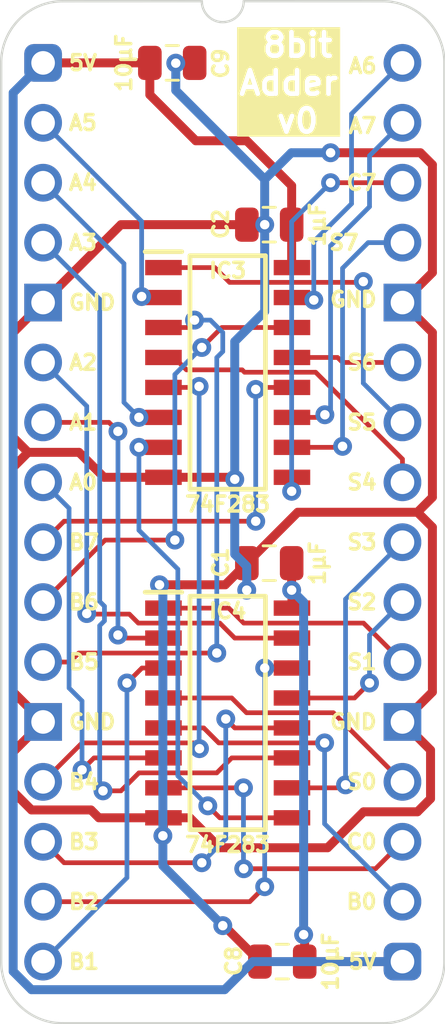
<source format=kicad_pcb>
(kicad_pcb (version 20241229) (generator "pcbnew") (generator_version "9.0")
  (title_block (title "8bit Adder") (date "2025-08-22") (rev "V0"))
  (layers (0 "F.Cu" signal) (2 "B.Cu" signal) (13 "F.Paste" user) (15 "B.Paste" user) (5 "F.SilkS" user "F.Silkscreen") (7 "B.SilkS" user "B.Silkscreen") (1 "F.Mask" user) (3 "B.Mask" user) (25 "Edge.Cuts" user))
  (net 0 "")
  (net 1 "GND")
  (net 2 "5V")
  (net 3 "Net-(IC3-C0)")
  (net 4 "A_{5}")
  (net 5 "B_{7}")
  (net 6 "S_{4}")
  (net 7 "S_{5}")
  (net 8 "B_{5}")
  (net 9 "S_{6}")
  (net 10 "A_{6}")
  (net 11 "B_{4}")
  (net 12 "S_{7}")
  (net 13 "A_{7}")
  (net 14 "A_{4}")
  (net 15 "B_{6}")
  (net 16 "B_{0}")
  (net 17 "S_{3}")
  (net 18 "A_{2}")
  (net 19 "S_{1}")
  (net 20 "A_{3}")
  (net 21 "A_{0}")
  (net 22 "S_{0}")
  (net 23 "B_{3}")
  (net 24 "A_{1}")
  (net 25 "S_{2}")
  (net 26 "B_{1}")
  (net 27 "B_{2}")
  (net 28 "C_{7}")
  (net 29 "C_{0}")
  (footprint "SamacSys_Parts:C_0805" (layer "F.Cu") (at 10.16 38.1 90)
    (property "Reference" "C8" (at 0.026999 -2.075 90) (layer "F.SilkS") (effects (font (size 0.635 0.635))))
    (property "Value" "10µF" (at 0 2.032 90) (layer "F.SilkS") (effects (font (size 0.635 0.635))))
    (fp_line (start 0.735 0.245252) (end 0.735 -0.277252) (stroke (width 0.12)) (layer "F.SilkS"))
    (fp_line (start -0.735 0.245252) (end -0.735 -0.277252) (stroke (width 0.12)) (layer "F.SilkS"))
    (pad "1" smd roundrect (at 0 0.934 180) (size 1 1.45) (layers "F.Cu" "F.Mask" "F.Paste") (net 2 "5V"))
    (pad "2" smd roundrect (at 0 -0.966 180) (size 1 1.45) (layers "F.Cu" "F.Mask" "F.Paste") (net 1 "GND"))
  )
  (footprint "SamacSys_Parts:C_0805" (layer "F.Cu") (at 9.607 21.209 90)
    (property "Reference" "C1" (at 0.026999 -2.075 90) (layer "F.SilkS") (effects (font (size 0.635 0.635))))
    (property "Value" "1μF" (at 0 2.032 90) (layer "F.SilkS") (effects (font (size 0.635 0.635))))
    (fp_line (start 0.735 0.245252) (end 0.735 -0.277252) (stroke (width 0.12)) (layer "F.SilkS"))
    (fp_line (start -0.735 0.245252) (end -0.735 -0.277252) (stroke (width 0.12)) (layer "F.SilkS"))
    (pad "1" smd roundrect (at 0 0.934 180) (size 1 1.45) (layers "F.Cu" "F.Mask" "F.Paste") (net 2 "5V"))
    (pad "2" smd roundrect (at 0 -0.966 180) (size 1 1.45) (layers "F.Cu" "F.Mask" "F.Paste") (net 1 "GND"))
  )
  (footprint "SamacSys_Parts:SOIC127P600X175-16N" (layer "F.Cu") (at 7.829 13.1233)
    (property "Reference" "IC3" (at 0 -4.318 0) (layer "F.SilkS") (effects (font (size 0.635 0.635))))
    (property "Value" "SN74F283D" (hide yes))
    (fp_line (start -3.5 -5.12) (end -1.95 -5.12) (stroke (width 0.2)) (layer "F.SilkS"))
    (fp_line (start -1.6 -4.95) (end 1.6 -4.95) (stroke (width 0.2)) (layer "F.SilkS"))
    (fp_line (start -1.6 4.95) (end -1.6 -4.95) (stroke (width 0.2)) (layer "F.SilkS"))
    (fp_line (start 1.6 -4.95) (end 1.6 4.95) (stroke (width 0.2)) (layer "F.SilkS"))
    (fp_line (start 1.6 4.95) (end -1.6 4.95) (stroke (width 0.2)) (layer "F.SilkS"))
    (fp_text user "${Silkscreen}" (at 0 5.588 0) (layer "F.SilkS") (effects (font (size 0.635 0.635))))
    (pad "1" smd rect (at -2.725 -4.445 90) (size 0.65 1.55) (layers "F.Cu" "F.Mask" "F.Paste") (net 7 "S_{5}"))
    (pad "2" smd rect (at -2.725 -3.175 90) (size 0.65 1.55) (layers "F.Cu" "F.Mask" "F.Paste") (net 4 "A_{5}"))
    (pad "3" smd rect (at -2.725 -1.905 90) (size 0.65 1.55) (layers "F.Cu" "F.Mask" "F.Paste") (net 8 "B_{5}"))
    (pad "4" smd rect (at -2.725 -0.635 90) (size 0.65 1.55) (layers "F.Cu" "F.Mask" "F.Paste") (net 6 "S_{4}"))
    (pad "5" smd rect (at -2.725 0.635 90) (size 0.65 1.55) (layers "F.Cu" "F.Mask" "F.Paste") (net 11 "B_{4}"))
    (pad "6" smd rect (at -2.725 1.905 90) (size 0.65 1.55) (layers "F.Cu" "F.Mask" "F.Paste") (net 14 "A_{4}"))
    (pad "7" smd rect (at -2.725 3.175 90) (size 0.65 1.55) (layers "F.Cu" "F.Mask" "F.Paste") (net 3 "Net-(IC3-C0)"))
    (pad "8" smd rect (at -2.725 4.445 90) (size 0.65 1.55) (layers "F.Cu" "F.Mask" "F.Paste") (net 1 "GND"))
    (pad "9" smd rect (at 2.725 4.445 90) (size 0.65 1.55) (layers "F.Cu" "F.Mask" "F.Paste") (net 28 "C_{7}"))
    (pad "10" smd rect (at 2.725 3.175 90) (size 0.65 1.55) (layers "F.Cu" "F.Mask" "F.Paste") (net 12 "S_{7}"))
    (pad "11" smd rect (at 2.725 1.905 90) (size 0.65 1.55) (layers "F.Cu" "F.Mask" "F.Paste") (net 13 "A_{7}"))
    (pad "12" smd rect (at 2.725 0.635 90) (size 0.65 1.55) (layers "F.Cu" "F.Mask" "F.Paste") (net 5 "B_{7}"))
    (pad "13" smd rect (at 2.725 -0.635 90) (size 0.65 1.55) (layers "F.Cu" "F.Mask" "F.Paste") (net 9 "S_{6}"))
    (pad "14" smd rect (at 2.725 -1.905 90) (size 0.65 1.55) (layers "F.Cu" "F.Mask" "F.Paste") (net 15 "B_{6}"))
    (pad "15" smd rect (at 2.725 -3.175 90) (size 0.65 1.55) (layers "F.Cu" "F.Mask" "F.Paste") (net 10 "A_{6}"))
    (pad "16" smd rect (at 2.725 -4.445 90) (size 0.65 1.55) (layers "F.Cu" "F.Mask" "F.Paste") (net 2 "5V"))
  )
  (footprint "SamacSys_Parts:C_0805" (layer "F.Cu") (at 5.461 0 -90)
    (property "Reference" "C9" (at 0.026999 -2.075 90) (layer "F.SilkS") (effects (font (size 0.635 0.635))))
    (property "Value" "10µF" (at 0 2.032 90) (layer "F.SilkS") (effects (font (size 0.635 0.635))))
    (fp_line (start -0.735 0.245252) (end -0.735 -0.277252) (stroke (width 0.12)) (layer "F.SilkS"))
    (fp_line (start 0.735 0.245252) (end 0.735 -0.277252) (stroke (width 0.12)) (layer "F.SilkS"))
    (pad "1" smd roundrect (at 0 0.934) (size 1 1.45) (layers "F.Cu" "F.Mask" "F.Paste") (net 2 "5V"))
    (pad "2" smd roundrect (at 0 -0.966) (size 1 1.45) (layers "F.Cu" "F.Mask" "F.Paste") (net 1 "GND"))
  )
  (footprint "SamacSys_Parts:C_0805" (layer "F.Cu") (at 9.607 6.858 90)
    (property "Reference" "C2" (at 0.026999 -2.075 90) (layer "F.SilkS") (effects (font (size 0.635 0.635))))
    (property "Value" "1μF" (at 0 2.032 90) (layer "F.SilkS") (effects (font (size 0.635 0.635))))
    (fp_line (start 0.735 0.245252) (end 0.735 -0.277252) (stroke (width 0.12)) (layer "F.SilkS"))
    (fp_line (start -0.735 0.245252) (end -0.735 -0.277252) (stroke (width 0.12)) (layer "F.SilkS"))
    (pad "1" smd roundrect (at 0 0.934 180) (size 1 1.45) (layers "F.Cu" "F.Mask" "F.Paste") (net 2 "5V"))
    (pad "2" smd roundrect (at 0 -0.966 180) (size 1 1.45) (layers "F.Cu" "F.Mask" "F.Paste") (net 1 "GND"))
  )
  (footprint "SamacSys_Parts:SOIC127P600X175-16N" (layer "F.Cu") (at 7.829 27.559)
    (property "Reference" "IC4" (at 0 -4.318 0) (layer "F.SilkS") (effects (font (size 0.635 0.635))))
    (property "Value" "SN74F283D" (hide yes))
    (fp_line (start -3.5 -5.12) (end -1.95 -5.12) (stroke (width 0.2)) (layer "F.SilkS"))
    (fp_line (start -1.6 -4.95) (end 1.6 -4.95) (stroke (width 0.2)) (layer "F.SilkS"))
    (fp_line (start -1.6 4.95) (end -1.6 -4.95) (stroke (width 0.2)) (layer "F.SilkS"))
    (fp_line (start 1.6 -4.95) (end 1.6 4.95) (stroke (width 0.2)) (layer "F.SilkS"))
    (fp_line (start 1.6 4.95) (end -1.6 4.95) (stroke (width 0.2)) (layer "F.SilkS"))
    (fp_text user "${Silkscreen}" (at 0 5.588 0) (layer "F.SilkS") (effects (font (size 0.635 0.635))))
    (pad "1" smd rect (at -2.725 -4.445 90) (size 0.65 1.55) (layers "F.Cu" "F.Mask" "F.Paste") (net 19 "S_{1}"))
    (pad "2" smd rect (at -2.725 -3.175 90) (size 0.65 1.55) (layers "F.Cu" "F.Mask" "F.Paste") (net 24 "A_{1}"))
    (pad "3" smd rect (at -2.725 -1.905 90) (size 0.65 1.55) (layers "F.Cu" "F.Mask" "F.Paste") (net 26 "B_{1}"))
    (pad "4" smd rect (at -2.725 -0.635 90) (size 0.65 1.55) (layers "F.Cu" "F.Mask" "F.Paste") (net 22 "S_{0}"))
    (pad "5" smd rect (at -2.725 0.635 90) (size 0.65 1.55) (layers "F.Cu" "F.Mask" "F.Paste") (net 16 "B_{0}"))
    (pad "6" smd rect (at -2.725 1.905 90) (size 0.65 1.55) (layers "F.Cu" "F.Mask" "F.Paste") (net 21 "A_{0}"))
    (pad "7" smd rect (at -2.725 3.175 90) (size 0.65 1.55) (layers "F.Cu" "F.Mask" "F.Paste") (net 29 "C_{0}"))
    (pad "8" smd rect (at -2.725 4.445 90) (size 0.65 1.55) (layers "F.Cu" "F.Mask" "F.Paste") (net 1 "GND"))
    (pad "9" smd rect (at 2.725 4.445 90) (size 0.65 1.55) (layers "F.Cu" "F.Mask" "F.Paste") (net 3 "Net-(IC3-C0)"))
    (pad "10" smd rect (at 2.725 3.175 90) (size 0.65 1.55) (layers "F.Cu" "F.Mask" "F.Paste") (net 17 "S_{3}"))
    (pad "11" smd rect (at 2.725 1.905 90) (size 0.65 1.55) (layers "F.Cu" "F.Mask" "F.Paste") (net 20 "A_{3}"))
    (pad "12" smd rect (at 2.725 0.635 90) (size 0.65 1.55) (layers "F.Cu" "F.Mask" "F.Paste") (net 23 "B_{3}"))
    (pad "13" smd rect (at 2.725 -0.635 90) (size 0.65 1.55) (layers "F.Cu" "F.Mask" "F.Paste") (net 25 "S_{2}"))
    (pad "14" smd rect (at 2.725 -1.905 90) (size 0.65 1.55) (layers "F.Cu" "F.Mask" "F.Paste") (net 27 "B_{2}"))
    (pad "15" smd rect (at 2.725 -3.175 90) (size 0.65 1.55) (layers "F.Cu" "F.Mask" "F.Paste") (net 18 "A_{2}"))
    (pad "16" smd rect (at 2.725 -4.445 90) (size 0.65 1.55) (layers "F.Cu" "F.Mask" "F.Paste") (net 2 "5V"))
  )
  (footprint "SamacSys_Parts:DIP-32_Board_W15.24mm" (layer "F.Cu") (at 0 0)
    (property "Reference" "J2" (hide yes))
    (property "Value" "Board 2x16 W15.24mm" (hide yes))
    (fp_line (start -1.778 38.1) (end -1.778 0) (stroke (width 0.1)) (layer "Edge.Cuts"))
    (fp_line (start 6.731 -2.6162) (end 0.835732 -2.613732) (stroke (width 0.1)) (layer "Edge.Cuts"))
    (fp_line (start 14.404267 -2.613733) (end 8.509 -2.6162) (stroke (width 0.1)) (layer "Edge.Cuts"))
    (fp_line (start 14.404268 40.713732) (end 0.835733 40.713733) (stroke (width 0.1)) (layer "Edge.Cuts"))
    (fp_line (start 17.018 38.1) (end 17.017999 -0.000001) (stroke (width 0.1)) (layer "Edge.Cuts"))
    (fp_arc (start -1.778 0) (mid -1.012456 -1.848188) (end 0.835732 -2.613732) (stroke (width 0.1)) (layer "Edge.Cuts"))
    (fp_arc (start 0.835733 40.713733) (mid -1.012456 39.948189) (end -1.778 38.1) (stroke (width 0.1)) (layer "Edge.Cuts"))
    (fp_arc (start 8.509 -2.6162) (mid 7.62 -1.7272) (end 6.731 -2.6162) (stroke (width 0.1)) (layer "Edge.Cuts"))
    (fp_arc (start 14.404267 -2.613733) (mid 16.252455 -1.848189) (end 17.017999 -0.000001) (stroke (width 0.1)) (layer "Edge.Cuts"))
    (fp_arc (start 17.018 38.1) (mid 16.252455 39.948187) (end 14.404268 40.713732) (stroke (width 0.1)) (layer "Edge.Cuts"))
    (pad "1" thru_hole roundrect (at 0 0) (size 1.6 1.6) (drill 1) (layers "*.Cu" "*.Mask") (net 2 "5V"))
    (pad "2" thru_hole oval (at 0 2.54) (size 1.6 1.6) (drill 1) (layers "*.Cu" "*.Mask") (net 4 "A_{5}"))
    (pad "3" thru_hole oval (at 0 5.08) (size 1.6 1.6) (drill 1) (layers "*.Cu" "*.Mask") (net 14 "A_{4}"))
    (pad "4" thru_hole oval (at 0 7.62) (size 1.6 1.6) (drill 1) (layers "*.Cu" "*.Mask") (net 20 "A_{3}"))
    (pad "5" thru_hole rect (at 0 10.16) (size 1.6 1.6) (drill 1) (layers "*.Cu" "*.Mask") (net 1 "GND"))
    (pad "6" thru_hole oval (at 0 12.7) (size 1.6 1.6) (drill 1) (layers "*.Cu" "*.Mask") (net 18 "A_{2}"))
    (pad "7" thru_hole oval (at 0 15.24) (size 1.6 1.6) (drill 1) (layers "*.Cu" "*.Mask") (net 24 "A_{1}"))
    (pad "8" thru_hole oval (at 0 17.78) (size 1.6 1.6) (drill 1) (layers "*.Cu" "*.Mask") (net 21 "A_{0}"))
    (pad "9" thru_hole oval (at 0 20.32) (size 1.6 1.6) (drill 1) (layers "*.Cu" "*.Mask") (net 5 "B_{7}"))
    (pad "10" thru_hole oval (at 0 22.86) (size 1.6 1.6) (drill 1) (layers "*.Cu" "*.Mask") (net 15 "B_{6}"))
    (pad "11" thru_hole oval (at 0 25.4) (size 1.6 1.6) (drill 1) (layers "*.Cu" "*.Mask") (net 8 "B_{5}"))
    (pad "12" thru_hole rect (at 0 27.94) (size 1.6 1.6) (drill 1) (layers "*.Cu" "*.Mask") (net 1 "GND"))
    (pad "13" thru_hole oval (at 0 30.48) (size 1.6 1.6) (drill 1) (layers "*.Cu" "*.Mask") (net 11 "B_{4}"))
    (pad "14" thru_hole oval (at 0 33.02) (size 1.6 1.6) (drill 1) (layers "*.Cu" "*.Mask") (net 23 "B_{3}"))
    (pad "15" thru_hole oval (at 0 35.56) (size 1.6 1.6) (drill 1) (layers "*.Cu" "*.Mask") (net 27 "B_{2}"))
    (pad "16" thru_hole oval (at 0 38.1) (size 1.6 1.6) (drill 1) (layers "*.Cu" "*.Mask") (net 26 "B_{1}"))
    (pad "17" thru_hole roundrect (at 15.24 38.1) (size 1.6 1.6) (drill 1) (layers "*.Cu" "*.Mask") (net 2 "5V"))
    (pad "18" thru_hole oval (at 15.24 35.56 180) (size 1.6 1.6) (drill 1) (layers "*.Cu" "*.Mask") (net 16 "B_{0}"))
    (pad "19" thru_hole oval (at 15.24 33.02 180) (size 1.6 1.6) (drill 1) (layers "*.Cu" "*.Mask") (net 29 "C_{0}"))
    (pad "20" thru_hole oval (at 15.24 30.48 180) (size 1.6 1.6) (drill 1) (layers "*.Cu" "*.Mask") (net 22 "S_{0}"))
    (pad "21" thru_hole rect (at 15.24 27.94) (size 1.6 1.6) (drill 1) (layers "*.Cu" "*.Mask") (net 1 "GND"))
    (pad "22" thru_hole oval (at 15.24 25.4) (size 1.6 1.6) (drill 1) (layers "*.Cu" "*.Mask") (net 19 "S_{1}"))
    (pad "23" thru_hole oval (at 15.24 22.86) (size 1.6 1.6) (drill 1) (layers "*.Cu" "*.Mask") (net 25 "S_{2}"))
    (pad "24" thru_hole oval (at 15.24 20.32) (size 1.6 1.6) (drill 1) (layers "*.Cu" "*.Mask") (net 17 "S_{3}"))
    (pad "25" thru_hole oval (at 15.24 17.78) (size 1.6 1.6) (drill 1) (layers "*.Cu" "*.Mask") (net 6 "S_{4}"))
    (pad "26" thru_hole oval (at 15.24 15.24) (size 1.6 1.6) (drill 1) (layers "*.Cu" "*.Mask") (net 7 "S_{5}"))
    (pad "27" thru_hole oval (at 15.24 12.7) (size 1.6 1.6) (drill 1) (layers "*.Cu" "*.Mask") (net 9 "S_{6}"))
    (pad "28" thru_hole rect (at 15.24 10.16) (size 1.6 1.6) (drill 1) (layers "*.Cu" "*.Mask") (net 1 "GND"))
    (pad "29" thru_hole oval (at 15.24 7.62) (size 1.6 1.6) (drill 1) (layers "*.Cu" "*.Mask") (net 12 "S_{7}"))
    (pad "30" thru_hole oval (at 15.24 5.08) (size 1.6 1.6) (drill 1) (layers "*.Cu" "*.Mask") (net 28 "C_{7}"))
    (pad "31" thru_hole oval (at 15.24 2.54) (size 1.6 1.6) (drill 1) (layers "*.Cu" "*.Mask") (net 13 "A_{7}"))
    (pad "32" thru_hole oval (at 15.24 0) (size 1.6 1.6) (drill 1) (layers "*.Cu" "*.Mask") (net 10 "A_{6}"))
  )
  (gr_text "5V" (at 14.224 38.1 0) (layer "F.SilkS") (effects (font (size 0.635 0.635)) (justify right)))
  (gr_text "S6" (at 14.224 12.7 0) (layer "F.SilkS") (effects (font (size 0.635 0.635)) (justify right)))
  (gr_text "A7" (at 14.224 2.667 0) (layer "F.SilkS") (effects (font (size 0.635 0.635)) (justify right)))
  (gr_text "B6" (at 1.016 22.86 0) (layer "F.SilkS") (effects (font (size 0.635 0.635)) (justify left)))
  (gr_text "B3" (at 1.016 33.02 0) (layer "F.SilkS") (effects (font (size 0.635 0.635)) (justify left)))
  (gr_text "C0" (at 14.224 33.02 0) (layer "F.SilkS") (effects (font (size 0.635 0.635)) (justify right)))
  (gr_text "GND" (at 1.016 10.16 0) (layer "F.SilkS") (effects (font (size 0.635 0.635)) (justify left)))
  (gr_text "8bit\nAdder \nv0" (at 10.795 3.048 0) (layer "F.SilkS" knockout) (effects (font (size 1 1) (thickness 0.2) (bold yes)) (justify bottom)))
  (gr_text "A1" (at 1.026 15.24 0) (layer "F.SilkS") (effects (font (size 0.635 0.635)) (justify left)))
  (gr_text "A0" (at 1.026 17.78 0) (layer "F.SilkS") (effects (font (size 0.635 0.635)) (justify left)))
  (gr_text "A5" (at 1.016 2.54 0) (layer "F.SilkS") (effects (font (size 0.635 0.635)) (justify left)))
  (gr_text "A6" (at 14.224 0.127 0) (layer "F.SilkS") (effects (font (size 0.635 0.635)) (justify right)))
  (gr_text "S1" (at 14.224 25.4 0) (layer "F.SilkS") (effects (font (size 0.635 0.635)) (justify right)))
  (gr_text "S7" (at 13.462 7.62 0) (layer "F.SilkS") (effects (font (size 0.635 0.635)) (justify right)))
  (gr_text "A2" (at 1.026 12.7 0) (layer "F.SilkS") (effects (font (size 0.635 0.635)) (justify left)))
  (gr_text "B1" (at 1.016 38.1 0) (layer "F.SilkS") (effects (font (size 0.635 0.635)) (justify left)))
  (gr_text "B5" (at 1.016 25.4 0) (layer "F.SilkS") (effects (font (size 0.635 0.635)) (justify left)))
  (gr_text "S2" (at 14.224 22.86 0) (layer "F.SilkS") (effects (font (size 0.635 0.635)) (justify right)))
  (gr_text "S0" (at 14.224 30.48 0) (layer "F.SilkS") (effects (font (size 0.635 0.635)) (justify right)))
  (gr_text "B4" (at 1.016 30.48 0) (layer "F.SilkS") (effects (font (size 0.635 0.635)) (justify left)))
  (gr_text "A4" (at 1.016 5.08 0) (layer "F.SilkS") (effects (font (size 0.635 0.635)) (justify left)))
  (gr_text "C7" (at 14.224 5.08 0) (layer "F.SilkS") (effects (font (size 0.635 0.635)) (justify right)))
  (gr_text "B0" (at 14.224 35.56 0) (layer "F.SilkS") (effects (font (size 0.635 0.635)) (justify right)))
  (gr_text "S4" (at 14.224 17.78 0) (layer "F.SilkS") (effects (font (size 0.635 0.635)) (justify right)))
  (gr_text "S5" (at 14.224 15.24 0) (layer "F.SilkS") (effects (font (size 0.635 0.635)) (justify right)))
  (gr_text "GND" (at 14.224 10.033 0) (layer "F.SilkS") (effects (font (size 0.635 0.635)) (justify right)))
  (gr_text "B7" (at 1.016 20.32 0) (layer "F.SilkS") (effects (font (size 0.635 0.635)) (justify left)))
  (gr_text "B2" (at 1.016 35.56 0) (layer "F.SilkS") (effects (font (size 0.635 0.635)) (justify left)))
  (gr_text "A3" (at 1.016 7.62 0) (layer "F.SilkS") (effects (font (size 0.635 0.635)) (justify left)))
  (gr_text "S3" (at 14.224 20.32 0) (layer "F.SilkS") (effects (font (size 0.635 0.635)) (justify right)))
  (gr_text "GND" (at 1.016 27.94 0) (layer "F.SilkS") (effects (font (size 0.635 0.635)) (justify left)))
  (gr_text "5V" (at 1.016 0 0) (layer "F.SilkS") (effects (font (size 0.635 0.635)) (justify left)))
  (gr_text "GND" (at 14.224 27.94 0) (layer "F.SilkS") (effects (font (size 0.635 0.635)) (justify right)))
  (segment (start -1.27 17.145) (end -0.635 16.51) (width 0.38) (layer "F.Cu") (net 1))
  (segment (start 12.065 33.274) (end 13.589 31.75) (width 0.38) (layer "F.Cu") (net 1))
  (segment (start 8.0433 17.5683) (end 8.128 17.653) (width 0.38) (layer "F.Cu") (net 1))
  (segment (start 3.302 6.858) (end 0 10.16) (width 0.38) (layer "F.Cu") (net 1))
  (segment (start 13.589 31.75) (end 15.875 31.75) (width 0.38) (layer "F.Cu") (net 1))
  (segment (start 16.51 26.67) (end 15.24 27.94) (width 0.38) (layer "F.Cu") (net 1))
  (segment (start 16.51 11.43) (end 16.51 18.415) (width 0.38) (layer "F.Cu") (net 1))
  (segment (start 5.104 17.5683) (end 8.0433 17.5683) (width 0.38) (layer "F.Cu") (net 1))
  (segment (start 7.723669 22.126331) (end 4.936669 22.126331) (width 0.38) (layer "F.Cu") (net 1))
  (segment (start -1.27 29.21) (end 0 27.94) (width 0.38) (layer "F.Cu") (net 1))
  (segment (start 15.24 10.16) (end 16.51 11.43) (width 0.38) (layer "F.Cu") (net 1))
  (segment (start 6.223 32.004) (end 7.493 33.274) (width 0.38) (layer "F.Cu") (net 1))
  (segment (start 8.641 21.209) (end 10.8 19.05) (width 0.38) (layer "F.Cu") (net 1))
  (segment (start -0.635 16.51) (end -1.27 15.875) (width 0.38) (layer "F.Cu") (net 1))
  (segment (start 9.194 38.1) (end 7.67 36.576) (width 0.38) (layer "F.Cu") (net 1))
  (segment (start 16.002 3.81) (end 16.51 4.318) (width 0.38) (layer "F.Cu") (net 1))
  (segment (start 8.641 21.209) (end 7.723669 22.126331) (width 0.38) (layer "F.Cu") (net 1))
  (segment (start -1.27 15.875) (end -1.27 11.43) (width 0.38) (layer "F.Cu") (net 1))
  (segment (start 9.398 6.858) (end 8.641 6.858) (width 0.38) (layer "F.Cu") (net 1))
  (segment (start 2.365 32.004) (end 2.032 31.671) (width 0.38) (layer "F.Cu") (net 1))
  (segment (start 15.24 27.94) (end 16.431 29.131) (width 0.38) (layer "F.Cu") (net 1))
  (segment (start 5.627 0.011582) (end 6.415418 0.011582) (width 0.38) (layer "F.Cu") (net 1))
  (segment (start -0.493329 31.671) (end -1.27 30.894329) (width 0.38) (layer "F.Cu") (net 1))
  (segment (start 15.875 19.05) (end 16.51 18.415) (width 0.38) (layer "F.Cu") (net 1))
  (segment (start -1.27 11.43) (end 0 10.16) (width 0.38) (layer "F.Cu") (net 1))
  (segment (start -1.27 30.894329) (end -1.27 29.21) (width 0.38) (layer "F.Cu") (net 1))
  (segment (start 16.431 29.131) (end 16.431 31.194) (width 0.38) (layer "F.Cu") (net 1))
  (segment (start 8.641 6.858) (end 3.302 6.858) (width 0.38) (layer "F.Cu") (net 1))
  (segment (start 12.192 3.81) (end 16.002 3.81) (width 0.38) (layer "F.Cu") (net 1))
  (segment (start 5.104 32.004) (end 2.365 32.004) (width 0.38) (layer "F.Cu") (net 1))
  (segment (start 16.431 31.194) (end 15.875 31.75) (width 0.38) (layer "F.Cu") (net 1))
  (segment (start 1.524 16.51) (end -0.635 16.51) (width 0.38) (layer "F.Cu") (net 1))
  (segment (start 5.104 32.004) (end 6.223 32.004) (width 0.38) (layer "F.Cu") (net 1))
  (segment (start 16.51 26.67) (end 16.51 19.685) (width 0.38) (layer "F.Cu") (net 1))
  (segment (start 5.104 32.004) (end 5.104 32.742) (width 0.38) (layer "F.Cu") (net 1))
  (segment (start 2.5823 17.5683) (end 1.524 16.51) (width 0.38) (layer "F.Cu") (net 1))
  (segment (start -1.27 26.67) (end -1.27 17.145) (width 0.38) (layer "F.Cu") (net 1))
  (segment (start 10.8 19.05) (end 15.875 19.05) (width 0.38) (layer "F.Cu") (net 1))
  (segment (start 5.104 32.742) (end 5.08 32.766) (width 0.38) (layer "F.Cu") (net 1))
  (segment (start 16.51 19.685) (end 15.875 19.05) (width 0.38) (layer "F.Cu") (net 1))
  (segment (start 16.51 4.318) (end 16.51 8.89) (width 0.38) (layer "F.Cu") (net 1))
  (segment (start 2.032 31.671) (end -0.493329 31.671) (width 0.38) (layer "F.Cu") (net 1))
  (segment (start 16.51 8.89) (end 15.24 10.16) (width 0.38) (layer "F.Cu") (net 1))
  (segment (start 8.641 22.347) (end 8.636 22.352) (width 0.38) (layer "F.Cu") (net 1))
  (segment (start 7.67 36.576) (end 7.62 36.576) (width 0.38) (layer "F.Cu") (net 1))
  (segment (start 5.104 17.5683) (end 2.5823 17.5683) (width 0.38) (layer "F.Cu") (net 1))
  (segment (start 0 27.94) (end -1.27 26.67) (width 0.38) (layer "F.Cu") (net 1))
  (segment (start 7.493 33.274) (end 12.065 33.274) (width 0.38) (layer "F.Cu") (net 1))
  (segment (start 8.641 21.209) (end 8.641 22.347) (width 0.38) (layer "F.Cu") (net 1))
  (via (at 5.08 32.766) (size 0.8) (drill 0.4) (layers "F.Cu" "B.Cu") (net 1))
  (via (at 4.936669 22.126331) (size 0.8) (drill 0.4) (layers "F.Cu" "B.Cu") (net 1))
  (via (at 7.62 36.576) (size 0.8) (drill 0.4) (layers "F.Cu" "B.Cu") (net 1))
  (via (at 12.192 3.81) (size 0.8) (drill 0.4) (layers "F.Cu" "B.Cu") (net 1))
  (via (at 8.128 17.653) (size 0.8) (drill 0.4) (layers "F.Cu" "B.Cu") (net 1))
  (via (at 5.627 0.011582) (size 0.8) (drill 0.4) (layers "F.Cu" "B.Cu") (net 1))
  (via (at 9.398 6.858) (size 0.8) (drill 0.4) (layers "F.Cu" "B.Cu") (net 1))
  (via (at 8.636 22.352) (size 0.8) (drill 0.4) (layers "F.Cu" "B.Cu") (net 1))
  (segment (start 8.128 17.653) (end 8.128 11.811) (width 0.38) (layer "B.Cu") (net 1))
  (segment (start 5.08 32.766) (end 5.08 34.036) (width 0.38) (layer "B.Cu") (net 1))
  (segment (start 10.527291 3.81) (end 12.192 3.81) (width 0.38) (layer "B.Cu") (net 1))
  (segment (start 9.398 4.939291) (end 10.527291 3.81) (width 0.38) (layer "B.Cu") (net 1))
  (segment (start 8.128 17.653) (end 8.128 20.828) (width 0.38) (layer "B.Cu") (net 1))
  (segment (start 8.636 21.336) (end 8.128 20.828) (width 0.38) (layer "B.Cu") (net 1))
  (segment (start 5.08 22.269662) (end 4.936669 22.126331) (width 0.38) (layer "B.Cu") (net 1))
  (segment (start 9.398 4.939291) (end 5.627 1.168291) (width 0.38) (layer "B.Cu") (net 1))
  (segment (start 8.636 22.352) (end 8.636 21.336) (width 0.38) (layer "B.Cu") (net 1))
  (segment (start 5.08 34.036) (end 7.62 36.576) (width 0.38) (layer "B.Cu") (net 1))
  (segment (start 8.128 11.811) (end 9.398 10.541) (width 0.38) (layer "B.Cu") (net 1))
  (segment (start 5.627 1.168291) (end 5.627 0.011582) (width 0.38) (layer "B.Cu") (net 1))
  (segment (start 9.398 10.541) (end 9.398 6.858) (width 0.38) (layer "B.Cu") (net 1))
  (segment (start 5.08 32.766) (end 5.08 22.269662) (width 0.38) (layer "B.Cu") (net 1))
  (segment (start 9.398 6.858) (end 9.398 4.939291) (width 0.38) (layer "B.Cu") (net 1))
  (segment (start 11.094 38.1) (end 11.094 37.002) (width 0.38) (layer "F.Cu") (net 2))
  (segment (start 4.527 1.352) (end 4.527 0) (width 0.38) (layer "F.Cu") (net 2))
  (segment (start 15.24 38.1) (end 11.094 38.1) (width 0.38) (layer "F.Cu") (net 2))
  (segment (start 10.554 22.365) (end 10.541 22.352) (width 0.38) (layer "F.Cu") (net 2))
  (segment (start 8.636 3.302) (end 6.477 3.302) (width 0.38) (layer "F.Cu") (net 2))
  (segment (start 10.541 5.207) (end 8.636 3.302) (width 0.38) (layer "F.Cu") (net 2))
  (segment (start 10.541 6.858) (end 10.541 8.6653) (width 0.38) (layer "F.Cu") (net 2))
  (segment (start 10.541 22.352) (end 10.541 21.209) (width 0.38) (layer "F.Cu") (net 2))
  (segment (start 10.541 6.858) (end 10.541 5.207) (width 0.38) (layer "F.Cu") (net 2))
  (segment (start 6.477 3.302) (end 4.527 1.352) (width 0.38) (layer "F.Cu") (net 2))
  (segment (start 0 0) (end 4.527 0) (width 0.38) (layer "F.Cu") (net 2))
  (segment (start 11.094 37.002) (end 11.049 36.957) (width 0.38) (layer "F.Cu") (net 2))
  (segment (start 10.554 23.114) (end 10.554 22.365) (width 0.38) (layer "F.Cu") (net 2))
  (via (at 10.541 22.352) (size 0.8) (drill 0.4) (layers "F.Cu" "B.Cu") (net 2))
  (via (at 11.049 36.957) (size 0.8) (drill 0.4) (layers "F.Cu" "B.Cu") (net 2))
  (segment (start 15.24 38.1) (end 8.89 38.1) (width 0.38) (layer "B.Cu") (net 2))
  (segment (start -1.27 38.514329) (end -1.27 1.27) (width 0.38) (layer "B.Cu") (net 2))
  (segment (start 7.699 39.291) (end -0.493329 39.291) (width 0.38) (layer "B.Cu") (net 2))
  (segment (start 8.89 38.1) (end 7.699 39.291) (width 0.38) (layer "B.Cu") (net 2))
  (segment (start 11.049 22.86) (end 10.541 22.352) (width 0.38) (layer "B.Cu") (net 2))
  (segment (start 11.049 36.957) (end 11.049 22.86) (width 0.38) (layer "B.Cu") (net 2))
  (segment (start -1.27 1.27) (end 0 0) (width 0.38) (layer "B.Cu") (net 2))
  (segment (start -0.493329 39.291) (end -1.27 38.514329) (width 0.38) (layer "B.Cu") (net 2))
  (segment (start 10.554 32.004) (end 7.493 32.004) (width 0.2) (layer "F.Cu") (net 3))
  (segment (start 4.064 16.2983) (end 5.104 16.2983) (width 0.2) (layer "F.Cu") (net 3))
  (segment (start 7.493 32.004) (end 6.985 31.496) (width 0.2) (layer "F.Cu") (net 3))
  (via (at 6.985 31.496) (size 0.8) (drill 0.4) (layers "F.Cu" "B.Cu") (net 3))
  (via (at 4.064 16.2983) (size 0.8) (drill 0.4) (layers "F.Cu" "B.Cu") (net 3))
  (segment (start 6.985 31.496) (end 5.715 30.226) (width 0.2) (layer "B.Cu") (net 3))
  (segment (start 4.064 19.812) (end 4.064 16.2983) (width 0.2) (layer "B.Cu") (net 3))
  (segment (start 5.715 21.463) (end 4.064 19.812) (width 0.2) (layer "B.Cu") (net 3))
  (segment (start 5.715 30.226) (end 5.715 21.463) (width 0.2) (layer "B.Cu") (net 3))
  (segment (start 4.2213 9.9483) (end 4.179 9.906) (width 0.2) (layer "F.Cu") (net 4))
  (segment (start 5.104 9.9483) (end 4.2213 9.9483) (width 0.2) (layer "F.Cu") (net 4))
  (via (at 4.179 9.906) (size 0.8) (drill 0.4) (layers "F.Cu" "B.Cu") (net 4))
  (segment (start 0 2.54) (end 4.179 6.719) (width 0.2) (layer "B.Cu") (net 4))
  (segment (start 4.179 6.719) (end 4.179 9.906) (width 0.2) (layer "B.Cu") (net 4))
  (segment (start 9.1017 13.7583) (end 10.554 13.7583) (width 0.2) (layer "F.Cu") (net 5))
  (segment (start 0.889 19.431) (end 9.017 19.431) (width 0.2) (layer "F.Cu") (net 5))
  (segment (start 9.017 13.843) (end 9.1017 13.7583) (width 0.2) (layer "F.Cu") (net 5))
  (segment (start 0 20.32) (end 0.889 19.431) (width 0.2) (layer "F.Cu") (net 5))
  (via (at 9.017 19.431) (size 0.8) (drill 0.4) (layers "F.Cu" "B.Cu") (net 5))
  (via (at 9.017 13.843) (size 0.8) (drill 0.4) (layers "F.Cu" "B.Cu") (net 5))
  (segment (start 9.017 19.431) (end 9.017 13.843) (width 0.2) (layer "B.Cu") (net 5))
  (segment (start 8.5423 13.1143) (end 11.55725 13.1143) (width 0.2) (layer "F.Cu") (net 6))
  (segment (start 15.24 16.79705) (end 15.24 17.78) (width 0.2) (layer "F.Cu") (net 6))
  (segment (start 11.55725 13.1143) (end 15.24 16.79705) (width 0.2) (layer "F.Cu") (net 6))
  (segment (start 5.554 12.4883) (end 6.079 13.0133) (width 0.2) (layer "F.Cu") (net 6))
  (segment (start 8.4413 13.0133) (end 8.5423 13.1143) (width 0.2) (layer "F.Cu") (net 6))
  (segment (start 6.079 13.0133) (end 8.4413 13.0133) (width 0.2) (layer "F.Cu") (net 6))
  (segment (start 13.547121 9.3043) (end 13.580421 9.271) (width 0.2) (layer "F.Cu") (net 7))
  (segment (start 7.2813 8.6783) (end 7.9073 9.3043) (width 0.2) (layer "F.Cu") (net 7))
  (segment (start 5.104 8.6783) (end 7.2813 8.6783) (width 0.2) (layer "F.Cu") (net 7))
  (segment (start 7.9073 9.3043) (end 13.547121 9.3043) (width 0.2) (layer "F.Cu") (net 7))
  (via (at 13.580421 9.271) (size 0.8) (drill 0.4) (layers "F.Cu" "B.Cu") (net 7))
  (segment (start 15.24 15.24) (end 13.580421 13.580421) (width 0.2) (layer "B.Cu") (net 7))
  (segment (start 13.580421 13.580421) (end 13.580421 9.271) (width 0.2) (layer "B.Cu") (net 7))
  (segment (start 6.107206 11.2183) (end 6.421533 10.903973) (width 0.2) (layer "F.Cu") (net 8))
  (segment (start 5.104 11.2183) (end 6.107206 11.2183) (width 0.2) (layer "F.Cu") (net 8))
  (segment (start 0 25.4) (end 1.13137 25.4) (width 0.2) (layer "F.Cu") (net 8))
  (segment (start 1.13137 25.4) (end 1.51237 25.019) (width 0.2) (layer "F.Cu") (net 8))
  (segment (start 1.51237 25.019) (end 7.366 25.019) (width 0.2) (layer "F.Cu") (net 8))
  (via (at 6.421533 10.903973) (size 0.8) (drill 0.4) (layers "F.Cu" "B.Cu") (net 8))
  (via (at 7.366 25.019) (size 0.8) (drill 0.4) (layers "F.Cu" "B.Cu") (net 8))
  (segment (start 7.62 11.43) (end 7.093973 10.903973) (width 0.2) (layer "B.Cu") (net 8))
  (segment (start 7.62 12.236661) (end 7.62 11.43) (width 0.2) (layer "B.Cu") (net 8))
  (segment (start 7.366 25.019) (end 7.366 12.490661) (width 0.2) (layer "B.Cu") (net 8))
  (segment (start 7.093973 10.903973) (end 6.421533 10.903973) (width 0.2) (layer "B.Cu") (net 8))
  (segment (start 7.366 12.490661) (end 7.62 12.236661) (width 0.2) (layer "B.Cu") (net 8))
  (segment (start 15.24 12.7) (end 12.7 12.7) (width 0.2) (layer "F.Cu") (net 9))
  (segment (start 10.554 12.4883) (end 12.4883 12.4883) (width 0.2) (layer "F.Cu") (net 9))
  (segment (start 12.4883 12.4883) (end 12.7 12.7) (width 0.2) (layer "F.Cu") (net 9))
  (segment (start 11.480487 9.973771) (end 11.480487 10.0543) (width 0.2) (layer "F.Cu") (net 10))
  (segment (start 10.554 9.9483) (end 11.455016 9.9483) (width 0.2) (layer "F.Cu") (net 10))
  (segment (start 11.455016 9.9483) (end 11.480487 9.973771) (width 0.2) (layer "F.Cu") (net 10))
  (via (at 11.480487 10.0543) (size 0.8) (drill 0.4) (layers "F.Cu" "B.Cu") (net 10))
  (segment (start 13.081 5.969) (end 13.081 2.159) (width 0.2) (layer "B.Cu") (net 10))
  (segment (start 11.480487 7.569513) (end 13.081 5.969) (width 0.2) (layer "B.Cu") (net 10))
  (segment (start 11.480487 10.0543) (end 11.480487 7.569513) (width 0.2) (layer "B.Cu") (net 10))
  (segment (start 13.081 2.159) (end 15.24 0) (width 0.2) (layer "B.Cu") (net 10))
  (segment (start 6.387677 28.829) (end 6.631003 29.072326) (width 0.2) (layer "F.Cu") (net 11))
  (segment (start 6.5737 13.7583) (end 6.616 13.716) (width 0.2) (layer "F.Cu") (net 11))
  (segment (start 1.651 28.829) (end 6.387677 28.829) (width 0.2) (layer "F.Cu") (net 11))
  (segment (start 0 30.48) (end 1.651 28.829) (width 0.2) (layer "F.Cu") (net 11))
  (segment (start 5.104 13.7583) (end 6.5737 13.7583) (width 0.2) (layer "F.Cu") (net 11))
  (via (at 6.616 13.716) (size 0.8) (drill 0.4) (layers "F.Cu" "B.Cu") (net 11))
  (via (at 6.631003 29.072326) (size 0.8) (drill 0.4) (layers "F.Cu" "B.Cu") (net 11))
  (segment (start 6.616 13.716) (end 6.616 29.057323) (width 0.2) (layer "B.Cu") (net 11))
  (segment (start 6.616 29.057323) (end 6.631003 29.072326) (width 0.2) (layer "B.Cu") (net 11))
  (segment (start 12.6577 16.2983) (end 12.7 16.256) (width 0.2) (layer "F.Cu") (net 12))
  (segment (start 10.554 16.2983) (end 12.6577 16.2983) (width 0.2) (layer "F.Cu") (net 12))
  (via (at 12.7 16.256) (size 0.8) (drill 0.4) (layers "F.Cu" "B.Cu") (net 12))
  (segment (start 13.785297 7.62) (end 15.24 7.62) (width 0.2) (layer "B.Cu") (net 12))
  (segment (start 12.7 8.705297) (end 13.785297 7.62) (width 0.2) (layer "B.Cu") (net 12))
  (segment (start 12.7 16.256) (end 12.7 8.705297) (width 0.2) (layer "B.Cu") (net 12))
  (segment (start 11.8387 15.0283) (end 11.95 14.917) (width 0.2) (layer "F.Cu") (net 13))
  (segment (start 10.554 15.0283) (end 11.8387 15.0283) (width 0.2) (layer "F.Cu") (net 13))
  (via (at 11.95 14.917) (size 0.8) (drill 0.4) (layers "F.Cu" "B.Cu") (net 13))
  (segment (start 12.192 7.747) (end 13.843 6.096) (width 0.2) (layer "B.Cu") (net 13))
  (segment (start 11.95 14.917) (end 12.192 14.675) (width 0.2) (layer "B.Cu") (net 13))
  (segment (start 12.192 14.675) (end 12.192 7.747) (width 0.2) (layer "B.Cu") (net 13))
  (segment (start 13.843 3.937) (end 15.24 2.54) (width 0.2) (layer "B.Cu") (net 13))
  (segment (start 13.843 6.096) (end 13.843 3.937) (width 0.2) (layer "B.Cu") (net 13))
  (segment (start 5.104 15.0283) (end 4.064 15.0283) (width 0.2) (layer "F.Cu") (net 14))
  (via (at 4.064 15.0283) (size 0.8) (drill 0.4) (layers "F.Cu" "B.Cu") (net 14))
  (segment (start 3.429 8.509) (end 3.429 14.3933) (width 0.2) (layer "B.Cu") (net 14))
  (segment (start 0 5.08) (end 3.429 8.509) (width 0.2) (layer "B.Cu") (net 14))
  (segment (start 3.429 14.3933) (end 4.064 15.0283) (width 0.2) (layer "B.Cu") (net 14))
  (segment (start 0 22.86) (end 2.630308 20.229692) (width 0.2) (layer "F.Cu") (net 15))
  (segment (start 10.554 11.2183) (end 7.5777 11.2183) (width 0.2) (layer "F.Cu") (net 15))
  (segment (start 2.630308 20.229692) (end 5.588 20.229692) (width 0.2) (layer "F.Cu") (net 15))
  (segment (start 7.5777 11.2183) (end 6.731 12.065) (width 0.2) (layer "F.Cu") (net 15))
  (via (at 6.731 12.065) (size 0.8) (drill 0.4) (layers "F.Cu" "B.Cu") (net 15))
  (via (at 5.588 20.229692) (size 0.8) (drill 0.4) (layers "F.Cu" "B.Cu") (net 15))
  (segment (start 5.588 13.208) (end 5.588 20.229692) (width 0.2) (layer "B.Cu") (net 15))
  (segment (start 6.731 12.065) (end 5.588 13.208) (width 0.2) (layer "B.Cu") (net 15))
  (segment (start 7.448339 28.829) (end 11.937999 28.828999) (width 0.2) (layer "F.Cu") (net 16))
  (segment (start 6.813339 28.194) (end 7.448339 28.829) (width 0.2) (layer "F.Cu") (net 16))
  (segment (start 5.104 28.194) (end 6.813339 28.194) (width 0.2) (layer "F.Cu") (net 16))
  (via (at 11.937999 28.828999) (size 0.8) (drill 0.4) (layers "F.Cu" "B.Cu") (net 16))
  (segment (start 15.24 35.56) (end 11.937999 32.257999) (width 0.2) (layer "B.Cu") (net 16))
  (segment (start 11.937999 32.257999) (end 11.937999 28.828999) (width 0.2) (layer "B.Cu") (net 16))
  (segment (start 10.554 30.734) (end 12.7 30.734) (width 0.2) (layer "F.Cu") (net 17))
  (segment (start 12.7 30.734) (end 12.827 30.607) (width 0.2) (layer "F.Cu") (net 17))
  (via (at 12.827 30.607) (size 0.8) (drill 0.4) (layers "F.Cu" "B.Cu") (net 17))
  (segment (start 12.827 22.733) (end 15.24 20.32) (width 0.2) (layer "B.Cu") (net 17))
  (segment (start 12.827 30.607) (end 12.827 22.733) (width 0.2) (layer "B.Cu") (net 17))
  (segment (start 3.656 23.368) (end 1.874253 23.368) (width 0.2) (layer "F.Cu") (net 18))
  (segment (start 1.874253 23.368) (end 1.851 23.344747) (width 0.2) (layer "F.Cu") (net 18))
  (segment (start 10.554 24.384) (end 8.128 24.384) (width 0.2) (layer "F.Cu") (net 18))
  (segment (start 8.128 24.384) (end 7.493001 23.749001) (width 0.2) (layer "F.Cu") (net 18))
  (segment (start 4.037001 23.749001) (end 3.656 23.368) (width 0.2) (layer "F.Cu") (net 18))
  (segment (start 7.493001 23.749001) (end 4.037001 23.749001) (width 0.2) (layer "F.Cu") (net 18))
  (via (at 1.851 23.344747) (size 0.8) (drill 0.4) (layers "F.Cu" "B.Cu") (net 18))
  (segment (start 1.851 14.551) (end 1.851 23.344747) (width 0.2) (layer "B.Cu") (net 18))
  (segment (start 0 12.7) (end 1.851 14.551) (width 0.2) (layer "B.Cu") (net 18))
  (segment (start 8.509 23.749) (end 13.589 23.749) (width 0.2) (layer "F.Cu") (net 19))
  (segment (start 7.874 23.114) (end 8.509 23.749) (width 0.2) (layer "F.Cu") (net 19))
  (segment (start 5.104 23.114) (end 7.874 23.114) (width 0.2) (layer "F.Cu") (net 19))
  (segment (start 13.589 23.749) (end 15.24 25.4) (width 0.2) (layer "F.Cu") (net 19))
  (segment (start 4.064 30.099) (end 3.302 30.861) (width 0.2) (layer "F.Cu") (net 20))
  (segment (start 3.302 30.861) (end 2.54 30.861) (width 0.2) (layer "F.Cu") (net 20))
  (segment (start 8.001 29.464) (end 7.366 30.099) (width 0.2) (layer "F.Cu") (net 20))
  (segment (start 7.366 30.099) (end 4.064 30.099) (width 0.2) (layer "F.Cu") (net 20))
  (segment (start 10.554 29.464) (end 8.001 29.464) (width 0.2) (layer "F.Cu") (net 20))
  (via (at 2.54 30.861) (size 0.8) (drill 0.4) (layers "F.Cu" "B.Cu") (net 20))
  (segment (start 2.401 22.834086) (end 2.601 23.034086) (width 0.2) (layer "B.Cu") (net 20))
  (segment (start 2.401 23.855408) (end 2.401 30.722) (width 0.2) (layer "B.Cu") (net 20))
  (segment (start 0 7.62) (end 2.401 10.021) (width 0.2) (layer "B.Cu") (net 20))
  (segment (start 2.401 30.722) (end 2.54 30.861) (width 0.2) (layer "B.Cu") (net 20))
  (segment (start 2.601 23.655408) (end 2.401 23.855408) (width 0.2) (layer "B.Cu") (net 20))
  (segment (start 2.401 10.021) (end 2.401 22.834086) (width 0.2) (layer "B.Cu") (net 20))
  (segment (start 2.601 23.034086) (end 2.601 23.655408) (width 0.2) (layer "B.Cu") (net 20))
  (segment (start 2.159 29.464) (end 1.651 29.972) (width 0.2) (layer "F.Cu") (net 21))
  (segment (start 5.104 29.464) (end 2.159 29.464) (width 0.2) (layer "F.Cu") (net 21))
  (via (at 1.651 29.972) (size 0.8) (drill 0.4) (layers "F.Cu" "B.Cu") (net 21))
  (segment (start 1.651 29.972) (end 1.651 27.051) (width 0.2) (layer "B.Cu") (net 21))
  (segment (start 1.101 26.501) (end 1.101 18.881) (width 0.2) (layer "B.Cu") (net 21))
  (segment (start 1.101 18.881) (end 0 17.78) (width 0.2) (layer "B.Cu") (net 21))
  (segment (start 1.651 27.051) (end 1.101 26.501) (width 0.2) (layer "B.Cu") (net 21))
  (segment (start 8.627 27.55) (end 12.31 27.55) (width 0.2) (layer "F.Cu") (net 22))
  (segment (start 8.001 26.924) (end 8.627 27.55) (width 0.2) (layer "F.Cu") (net 22))
  (segment (start 5.104 26.924) (end 8.001 26.924) (width 0.2) (layer "F.Cu") (net 22))
  (segment (start 12.31 27.55) (end 15.24 30.48) (width 0.2) (layer "F.Cu") (net 22))
  (segment (start 0.889 33.909) (end 6.731 33.909) (width 0.2) (layer "F.Cu") (net 23))
  (segment (start 0 33.02) (end 0.889 33.909) (width 0.2) (layer "F.Cu") (net 23))
  (segment (start 10.554 28.194) (end 8.128 28.194) (width 0.2) (layer "F.Cu") (net 23))
  (segment (start 8.128 28.194) (end 7.747 27.813) (width 0.2) (layer "F.Cu") (net 23))
  (via (at 7.747 27.813) (size 0.8) (drill 0.4) (layers "F.Cu" "B.Cu") (net 23))
  (via (at 6.731 33.909) (size 0.8) (drill 0.4) (layers "F.Cu" "B.Cu") (net 23))
  (segment (start 7.747 27.813) (end 7.747 32.893) (width 0.2) (layer "B.Cu") (net 23))
  (segment (start 7.747 32.893) (end 6.731 33.909) (width 0.2) (layer "B.Cu") (net 23))
  (segment (start 2.794 15.24) (end 3.175 15.621) (width 0.2) (layer "F.Cu") (net 24))
  (segment (start 3.302 24.384) (end 3.175 24.257) (width 0.2) (layer "F.Cu") (net 24))
  (segment (start 5.104 24.384) (end 3.302 24.384) (width 0.2) (layer "F.Cu") (net 24))
  (segment (start 0 15.24) (end 2.794 15.24) (width 0.2) (layer "F.Cu") (net 24))
  (via (at 3.175 15.621) (size 0.8) (drill 0.4) (layers "F.Cu" "B.Cu") (net 24))
  (via (at 3.175 24.257) (size 0.8) (drill 0.4) (layers "F.Cu" "B.Cu") (net 24))
  (segment (start 3.175 15.621) (end 3.175 24.257) (width 0.2) (layer "B.Cu") (net 24))
  (segment (start 13.208 26.924) (end 13.843 26.289) (width 0.2) (layer "F.Cu") (net 25))
  (segment (start 10.554 26.924) (end 13.208 26.924) (width 0.2) (layer "F.Cu") (net 25))
  (via (at 13.843 26.289) (size 0.8) (drill 0.4) (layers "F.Cu" "B.Cu") (net 25))
  (segment (start 15.24 22.86) (end 13.843 24.257) (width 0.2) (layer "B.Cu") (net 25))
  (segment (start 13.843 24.257) (end 13.843 26.289) (width 0.2) (layer "B.Cu") (net 25))
  (segment (start 4.191 25.654) (end 3.556 26.289) (width 0.2) (layer "F.Cu") (net 26))
  (segment (start 5.104 25.654) (end 4.191 25.654) (width 0.2) (layer "F.Cu") (net 26))
  (via (at 3.556 26.289) (size 0.8) (drill 0.4) (layers "F.Cu" "B.Cu") (net 26))
  (segment (start 0 38.1) (end 3.556 34.544) (width 0.2) (layer "B.Cu") (net 26))
  (segment (start 3.556 34.544) (end 3.556 26.289) (width 0.2) (layer "B.Cu") (net 26))
  (segment (start 8.763 35.56) (end 9.398 34.925) (width 0.2) (layer "F.Cu") (net 27))
  (segment (start 0 35.56) (end 8.763 35.56) (width 0.2) (layer "F.Cu") (net 27))
  (segment (start 9.398 25.654) (end 10.554 25.654) (width 0.2) (layer "F.Cu") (net 27))
  (via (at 9.398 34.925) (size 0.8) (drill 0.4) (layers "F.Cu" "B.Cu") (net 27))
  (via (at 9.398 25.654) (size 0.8) (drill 0.4) (layers "F.Cu" "B.Cu") (net 27))
  (segment (start 9.398 34.925) (end 9.398 25.654) (width 0.2) (layer "B.Cu") (net 27))
  (segment (start 15.24 5.08) (end 12.192 5.08) (width 0.2) (layer "F.Cu") (net 28))
  (segment (start 10.554 17.5683) (end 10.554 18.148) (width 0.2) (layer "F.Cu") (net 28))
  (segment (start 10.554 18.148) (end 10.541 18.161) (width 0.2) (layer "F.Cu") (net 28))
  (via (at 12.192 5.08) (size 0.8) (drill 0.4) (layers "F.Cu" "B.Cu") (net 28))
  (via (at 10.541 18.161) (size 0.8) (drill 0.4) (layers "F.Cu" "B.Cu") (net 28))
  (segment (start 10.541 18.161) (end 10.541 6.731) (width 0.2) (layer "B.Cu") (net 28))
  (segment (start 10.541 6.731) (end 12.192 5.08) (width 0.2) (layer "B.Cu") (net 28))
  (segment (start 8.497 30.734) (end 5.104 30.734) (width 0.2) (layer "F.Cu") (net 29))
  (segment (start 15.24 33.02) (end 14.097 34.163) (width 0.2) (layer "F.Cu") (net 29))
  (segment (start 14.097 34.163) (end 8.509 34.163) (width 0.2) (layer "F.Cu") (net 29))
  (via (at 8.509 34.163) (size 0.8) (drill 0.4) (layers "F.Cu" "B.Cu") (net 29))
  (via (at 8.497 30.734) (size 0.8) (drill 0.4) (layers "F.Cu" "B.Cu") (net 29))
  (segment (start 8.497 34.151) (end 8.509 34.163) (width 0.2) (layer "B.Cu") (net 29))
  (segment (start 8.497 30.734) (end 8.497 34.151) (width 0.2) (layer "B.Cu") (net 29))
)
</source>
